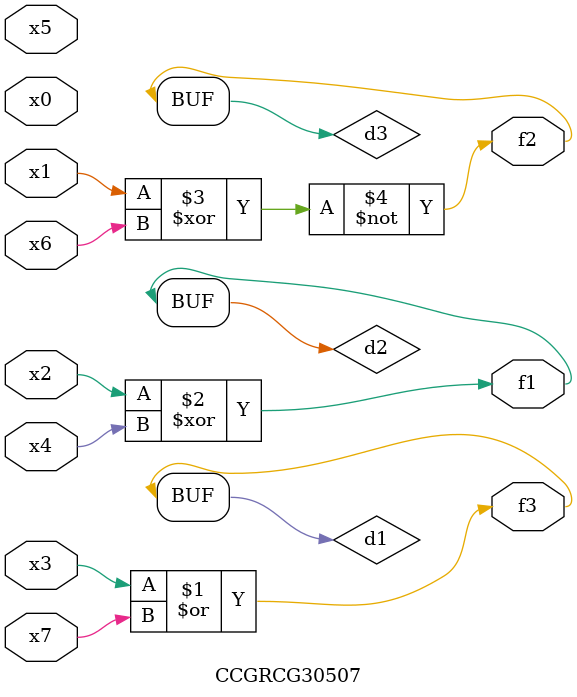
<source format=v>
module CCGRCG30507(
	input x0, x1, x2, x3, x4, x5, x6, x7,
	output f1, f2, f3
);

	wire d1, d2, d3;

	or (d1, x3, x7);
	xor (d2, x2, x4);
	xnor (d3, x1, x6);
	assign f1 = d2;
	assign f2 = d3;
	assign f3 = d1;
endmodule

</source>
